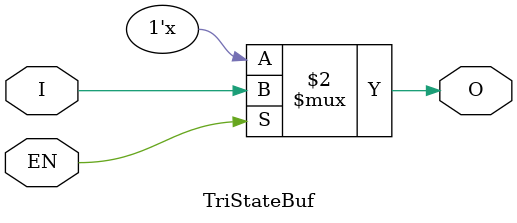
<source format=v>


module TriStateBuf(I,O,EN);
input I,EN;
output O;

assign O = (EN == 1'b1) ? I : 1'bZ;

endmodule

</source>
